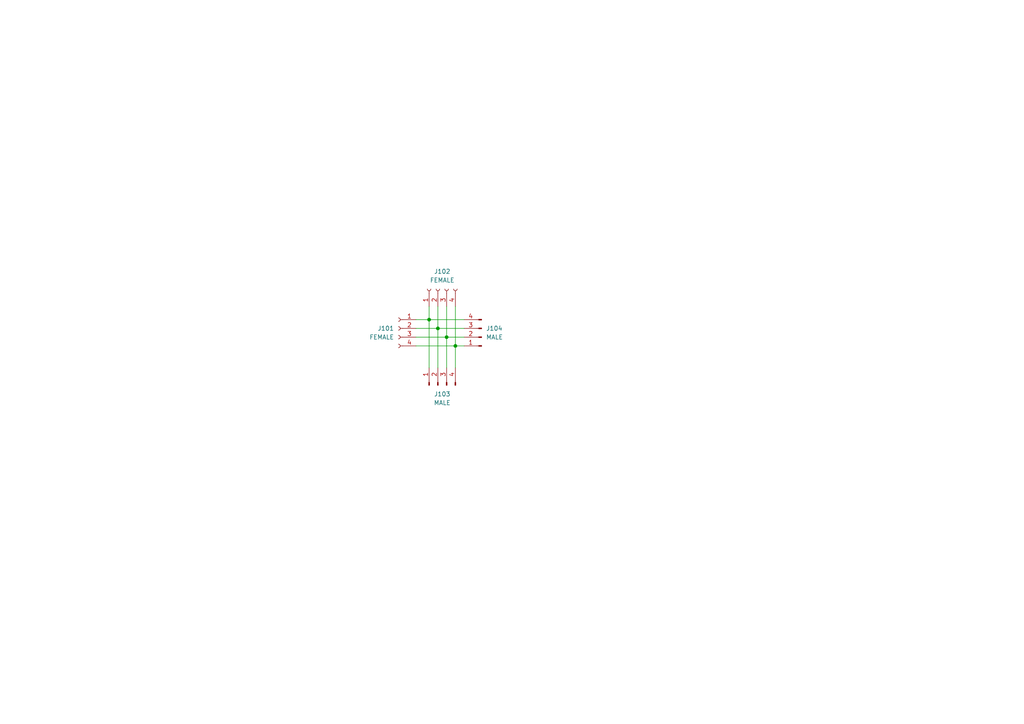
<source format=kicad_sch>
(kicad_sch (version 20231120) (generator "eeschema") (generator_version "8.0")
  (paper "A4")
  (lib_symbols
    (symbol "connector_3.50mm_4P_horizontal_FEMALE_1" (pin_names (offset 1.016) hide)
      (property "Reference" "J" (at 0 5.08 0))
      (property "Value" "FEMALE" (at 0 -7.62 0))
      (symbol "connector_3.50mm_4P_horizontal_FEMALE_1_1_1"
        (arc (start 0 -4.572) (mid -0.5058 -5.08) (end 0 -5.588) (stroke (width 0.1524)))
        (arc (start 0 -2.032) (mid -0.5058 -2.54) (end 0 -3.048) (stroke (width 0.1524)))
        (polyline (pts (xy -1.27 -5.08) (xy -0.508 -5.08)) (stroke (width 0.1524)))
        (polyline (pts (xy -1.27 -2.54) (xy -0.508 -2.54)) (stroke (width 0.1524)))
        (polyline (pts (xy -1.27 0) (xy -0.508 0)) (stroke (width 0.1524)))
        (polyline (pts (xy -1.27 2.54) (xy -0.508 2.54)) (stroke (width 0.1524)))
        (arc (start 0 0.508) (mid -0.5058 0) (end 0 -0.508) (stroke (width 0.1524)))
        (arc (start 0 3.048) (mid -0.5058 2.54) (end 0 2.032) (stroke (width 0.1524)))
        (pin passive line (at -5.08 2.54 0) (length 3.81) (name "Pin_1") (number "1"))
        (pin passive line (at -5.08 0 0) (length 3.81) (name "Pin_2") (number "2"))
        (pin passive line (at -5.08 -2.54 0) (length 3.81) (name "Pin_3") (number "3"))
        (pin passive line (at -5.08 -5.08 0) (length 3.81) (name "Pin_4") (number "4"))
      )
    )
    (symbol "custom_kicad_lib_sk:connector_3.50mm_4P_horizontal_MALE" (pin_names (offset 1.016) hide)
      (property "Reference" "J" (at 0 5.08 0))
      (property "Value" "MALE" (at 0 -7.62 0))
      (symbol "connector_3.50mm_4P_horizontal_MALE_1_1"
        (rectangle (start -4.2164 -4.953) (end -5.08 -5.207) (stroke (width 0.1524)) (fill (type outline)))
        (rectangle (start -4.2164 -2.413) (end -5.08 -2.667) (stroke (width 0.1524)) (fill (type outline)))
        (rectangle (start -4.2164 0.127) (end -5.08 -0.127) (stroke (width 0.1524)) (fill (type outline)))
        (rectangle (start -4.2164 2.667) (end -5.08 2.413) (stroke (width 0.1524)) (fill (type outline)))
        (polyline (pts (xy -3.81 -5.08) (xy -4.2164 -5.08)) (stroke (width 0.1524)))
        (polyline (pts (xy -3.81 -2.54) (xy -4.2164 -2.54)) (stroke (width 0.1524)))
        (polyline (pts (xy -3.81 0) (xy -4.2164 0)) (stroke (width 0.1524)))
        (polyline (pts (xy -3.81 2.54) (xy -4.2164 2.54)) (stroke (width 0.1524)))
        (pin passive line (at 0 2.54 180) (length 3.81) (name "Pin_1") (number "1"))
        (pin passive line (at 0 0 180) (length 3.81) (name "Pin_2") (number "2"))
        (pin passive line (at 0 -2.54 180) (length 3.81) (name "Pin_3") (number "3"))
        (pin passive line (at 0 -5.08 180) (length 3.81) (name "Pin_4") (number "4"))
      )
    )
  )
  (junction (at 129.54 97.79))
  (junction (at 132.08 100.33))
  (junction (at 127 95.25))
  (junction (at 124.46 92.71))
  (wire (pts (xy 124.46 92.71) (xy 124.46 106.68)))
  (wire (pts (xy 120.65 92.71) (xy 124.46 92.71)))
  (wire (pts (xy 129.54 97.79) (xy 134.62 97.79)))
  (wire (pts (xy 124.46 88.9) (xy 124.46 92.71)))
  (wire (pts (xy 132.08 100.33) (xy 132.08 106.68)))
  (wire (pts (xy 127 88.9) (xy 127 95.25)))
  (wire (pts (xy 120.65 97.79) (xy 129.54 97.79)))
  (wire (pts (xy 120.65 95.25) (xy 127 95.25)))
  (wire (pts (xy 129.54 97.79) (xy 129.54 106.68)))
  (wire (pts (xy 124.46 92.71) (xy 134.62 92.71)))
  (wire (pts (xy 129.54 88.9) (xy 129.54 97.79)))
  (wire (pts (xy 127 95.25) (xy 134.62 95.25)))
  (wire (pts (xy 132.08 100.33) (xy 134.62 100.33)))
  (wire (pts (xy 127 95.25) (xy 127 106.68)))
  (wire (pts (xy 132.08 88.9) (xy 132.08 100.33)))
  (wire (pts (xy 120.65 100.33) (xy 132.08 100.33)))
  (symbol (lib_id "custom_kicad_lib_sk:connector_3.50mm_4P_horizontal_MALE") (at 134.62 97.79 180) (unit 1)
    (property "Reference" "J104" (at 140.97 95.2499 0) (effects (justify right)))
    (property "Value" "MALE" (at 140.97 97.7899 0) (effects (justify right)))
    (property "Footprint" "custom_kicad_lib_sk:connector_3.50mm_4P horizontal_MALE" (effects (hide yes)))
    (property "Description" "Generic connector, single row, 01x04, script generated" (effects (hide yes)))
  )
  (symbol (lib_name "connector_3.50mm_4P_horizontal_FEMALE_1") (lib_id "custom_kicad_lib_sk:connector_3.50mm_4P_horizontal_FEMALE") (at 115.57 95.25 0) (mirror y) (unit 1)
    (property "Reference" "J101" (at 114.3 95.2499 0) (effects (justify left)))
    (property "Value" "FEMALE" (at 114.3 97.7899 0) (effects (justify left)))
    (property "Footprint" "Connector_Phoenix_MC:PhoenixContact_MC_1,5_4-G-3.5_1x04_P3.50mm_Horizontal" (effects (hide yes)))
    (property "Description" "Generic connector, single row, 01x04, script generated" (effects (hide yes)))
  )
  (symbol (lib_id "custom_kicad_lib_sk:connector_3.50mm_4P_horizontal_MALE") (at 127 106.68 90) (unit 1)
    (property "Reference" "J103" (at 128.27 114.3 90))
    (property "Value" "MALE" (at 128.27 116.84 90))
    (property "Footprint" "custom_kicad_lib_sk:connector_3.50mm_4P horizontal_MALE" (effects (hide yes)))
    (property "Description" "Generic connector, single row, 01x04, script generated" (effects (hide yes)))
  )
  (symbol (lib_name "connector_3.50mm_4P_horizontal_FEMALE_1") (lib_id "custom_kicad_lib_sk:connector_3.50mm_4P_horizontal_FEMALE") (at 127 83.82 90) (unit 1)
    (property "Reference" "J102" (at 128.27 78.74 90))
    (property "Value" "FEMALE" (at 128.27 81.28 90))
    (property "Footprint" "Connector_Phoenix_MC:PhoenixContact_MC_1,5_4-G-3.5_1x04_P3.50mm_Horizontal" (effects (hide yes)))
    (property "Description" "Generic connector, single row, 01x04, script generated" (effects (hide yes)))
  )
)
</source>
